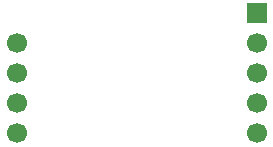
<source format=gbr>
G04 Layer_Color=16711935*
%FSLAX26Y26*%
%MOIN*%
%TF.FileFunction,Soldermask,Bot*%
%TF.Part,Single*%
G01*
G75*
%TA.AperFunction,ComponentPad*%
%ADD27R,0.066929X0.066929*%
%ADD28C,0.066929*%
D27*
X866000Y465000D02*
D03*
D28*
Y365000D02*
D03*
Y265000D02*
D03*
Y165000D02*
D03*
Y65000D02*
D03*
X65000Y365000D02*
D03*
Y265000D02*
D03*
Y165000D02*
D03*
Y65000D02*
D03*
%TF.MD5,86f1086901e7fe4e8b6a68c1dca41c9d*%
M02*

</source>
